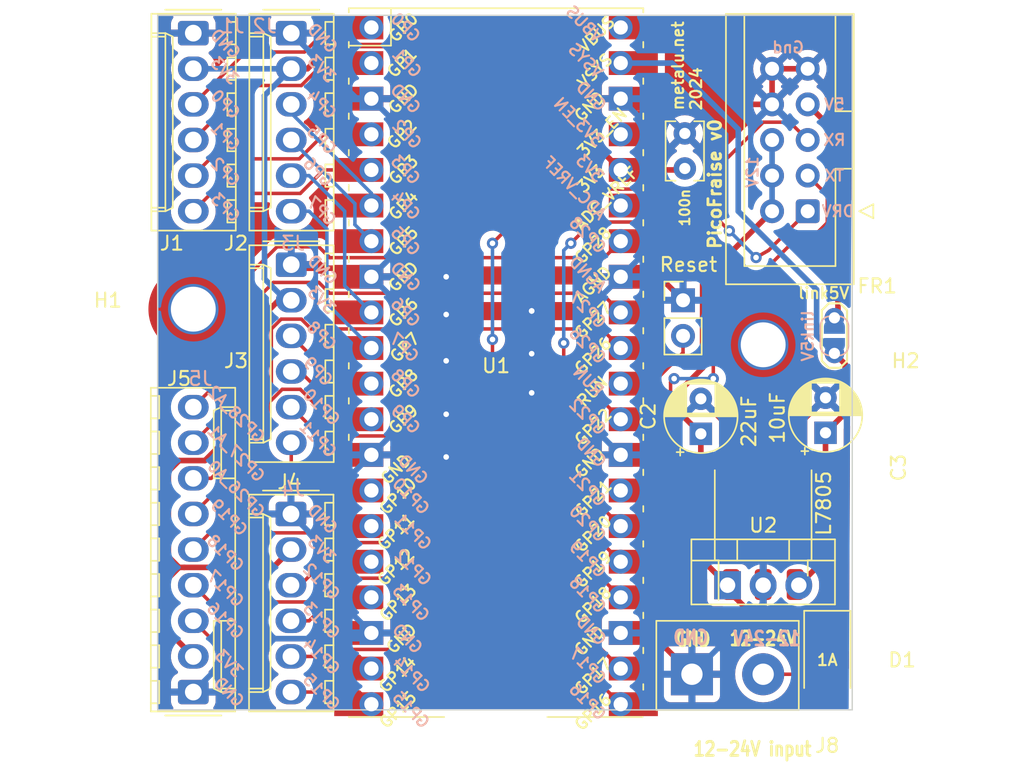
<source format=kicad_pcb>
(kicad_pcb (version 20221018) (generator pcbnew)
  (layers (0 "F.Cu" signal) (31 "B.Cu" signal) (34 "B.Paste" user) (35 "F.Paste" user) (36 "B.SilkS" user "B.Silkscreen") (37 "F.SilkS" user "F.Silkscreen") (38 "B.Mask" user) (39 "F.Mask" user) (44 "Edge.Cuts" user))
  (net 0 "")
  (net 1 "+12V")
  (net 2 "+5V")
  (net 3 "Net-(D1-A)")
  (net 4 "/DRV")
  (net 8 "/TX")
  (net 9 "/RX")
  (net 10 "Net-(J7-Pin_2)")
  (net 11 "Net-(FR1-Pin_7)")
  (net 12 "Net-(J1-Pin_3)")
  (net 13 "Net-(J1-Pin_4)")
  (net 14 "Net-(J1-Pin_5)")
  (net 15 "Net-(J1-Pin_6)")
  (net 16 "Net-(J2-Pin_3)")
  (net 17 "Net-(J2-Pin_4)")
  (net 18 "Net-(J2-Pin_5)")
  (net 19 "Net-(J2-Pin_6)")
  (net 20 "Net-(J3-Pin_3)")
  (net 21 "Net-(J3-Pin_4)")
  (net 22 "Net-(J3-Pin_5)")
  (net 23 "Net-(J3-Pin_6)")
  (net 24 "Net-(J5-Pin_7)")
  (net 25 "Net-(J5-Pin_8)")
  (net 26 "Net-(J5-Pin_9)")
  (net 27 "+3.3V")
  (net 28 "GND")
  (net 29 "Net-(J4-Pin_3)")
  (net 30 "Net-(J4-Pin_4)")
  (net 31 "Net-(J4-Pin_5)")
  (net 32 "Net-(J4-Pin_6)")
  (net 33 "Net-(J5-Pin_6)")
  (net 34 "Net-(J5-Pin_5)")
  (net 35 "Net-(J5-Pin_4)")
  (net 36 "Net-(J5-Pin_3)")
  (footprint "Connector_Molex:Molex_KK-254_AE-6410-06A_1x06_P2.54mm_Vertical" (layer "F.Cu") (at 116.84 64.77 -90)
    (fp_text reference "J1")
    (fp_text value "Conn_01x06")
  )
  (footprint "Connector_Molex:Molex_KK-254_AE-6410-06A_1x06_P2.54mm_Vertical" (layer "F.Cu") (at 123.825 81.28 -90)
    (fp_text reference "J3")
    (fp_text value "Conn_01x06")
  )
  (footprint "Connector_Molex:Molex_KK-254_AE-6410-06A_1x06_P2.54mm_Vertical" (layer "F.Cu") (at 123.805 99.06 -90)
    (fp_text reference "J4")
    (fp_text value "Conn_01x06")
  )
  (footprint "TerminalBlock:TerminalBlock_bornier-2_P5.08mm" (layer "F.Cu") (at 152.4 110.49)
    (fp_text reference "J8")
    (fp_text value "12-24V input")
  )
  (footprint "Connector_Molex:Molex_KK-254_AE-6410-06A_1x06_P2.54mm_Vertical" (layer "F.Cu") (at 123.825 64.77 -90)
    (fp_text reference "J2")
    (fp_text value "Conn_01x06")
  )
  (footprint "Package_TO_SOT_SMD:TO-252-3_TabPin2" (layer "F.Cu") (at 157.48 99.05 90)
    (fp_text reference "Ubis2" hide)
    (fp_text value "L7805")
  )
  (footprint "Connector_Molex:Molex_KK-254_AE-6410-09A_1x09_P2.54mm_Vertical" (layer "F.Cu") (at 116.84 111.76 90)
    (fp_text reference "J5")
    (fp_text value "Conn_01x09")
  )
  (footprint "MountingHole:MountingHole_3.2mm_M3_Pad_TopOnly" (layer "F.Cu") (at 116.84 84.455)
    (fp_text reference "H1")
    (fp_text value "MountingHole")
  )
  (footprint "Capacitor_THT:C_Rect_L4.0mm_W2.5mm_P2.50mm" (layer "F.Cu") (at 151.892 74.422 90)
    (fp_text reference "C1" hide)
    (fp_text value "100n")
  )
  (footprint "Capacitor_THT:CP_Radial_D5.0mm_P2.50mm" (layer "F.Cu") (at 153.035 93.345 90)
    (fp_text reference "C2")
    (fp_text value "22uF")
  )
  (footprint "Connector_PinHeader_2.54mm:PinHeader_1x02_P2.54mm_Vertical" (layer "F.Cu") (at 151.765 83.82)
    (fp_text reference "J7" hide)
    (fp_text value "Reset")
  )
  (footprint "TestPoint:TestPoint_2Pads_Pitch2.54mm_Drill0.8mm" (layer "F.Cu") (at 162.56 87.61 90)
    (fp_text reference "JP2" hide)
    (fp_text value "link5V")
  )
  (footprint "MCU_RaspberryPi_and_Boards:RPi_Pico_SMD_TH" (layer "F.Cu") (at 138.43 88.495)
    (fp_text reference "U1")
    (fp_text value "Pico")
  )
  (footprint "Diode_SMD:D_SMA" (layer "F.Cu") (at 162.052 109.474 -90)
    (fp_text reference "D1")
    (fp_text value "1A")
  )
  (footprint "MountingHole:MountingHole_3.2mm_M3_Pad_TopOnly" (layer "F.Cu") (at 157.48 86.995)
    (fp_text reference "H2")
    (fp_text value "MountingHole")
  )
  (footprint "Capacitor_THT:CP_Radial_D5.0mm_P2.50mm" (layer "F.Cu") (at 161.925 93.271369 90)
    (fp_text reference "C3")
    (fp_text value "10uF")
  )
  (footprint "Package_TO_SOT_THT:TO-220-3_Vertical" (layer "F.Cu") (at 154.94 104.14)
    (fp_text reference "U2")
    (fp_text value "L7805" hide)
  )
  (footprint "Connector_IDC:IDC-Header_2x05_P2.54mm_Vertical" (layer "F.Cu") (at 160.655 77.47 180)
    (fp_text reference "FR1")
    (fp_text value "Fraise_5x2" hide)
  )
  (footprint "Jumper:SolderJumper-2_P1.3mm_Open_RoundedPad1.0x1.5mm" (layer "B.Cu") (at 162.56 86.36 90)
    (fp_text reference "JP1" hide)
    (fp_text value "link5V")
  )
  (gr_line (start 163.83 113.03) (end 114.3 113.03) (stroke (width 0.1)) (layer "Edge.Cuts"))
  (gr_line (start 114.3 63.5) (end 163.83 63.5) (stroke (width 0.1)) (layer "Edge.Cuts"))
  (gr_line (start 163.83 63.5) (end 163.83 113.03) (stroke (width 0.1)) (layer "Edge.Cuts"))
  (gr_line (start 114.3 113.03) (end 114.3 63.5) (stroke (width 0.1)) (layer "Edge.Cuts"))
  (gr_text "GND" (at 119.126 65.532 -45) (layer "B.SilkS") (effects (font (size 0.8 0.8)) (justify mirror)))
  (gr_text "GP1" (at 119.126 72.136 -45) (layer "B.SilkS") (effects (font (size 0.8 0.8)) (justify mirror)))
  (gr_text "GP14" (at 125.984 109.22 -45) (layer "B.SilkS") (effects (font (size 0.8 0.8)) (justify mirror)))
  (gr_text "GP0" (at 119.126 69.85 -45) (layer "B.SilkS") (effects (font (size 0.8 0.8)) (justify mirror)))
  (gr_text "GP10" (at 125.984 91.44 -45) (layer "B.SilkS") (effects (font (size 0.8 0.8)) (justify mirror)))
  (gr_text "5V" (at 162.56 69.85) (layer "B.SilkS") (effects (font (size 0.8 0.8)) (justify mirror)))
  (gr_text "GP17" (at 119.126 104.394 -45) (layer "B.SilkS") (effects (font (size 0.8 0.8)) (justify mirror)))
  (gr_text "J3" (at 123.952 79.756) (layer "B.SilkS") (effects (font (size 1 1)) (justify mirror)))
  (gr_text "GP5" (at 125.984 72.39 -45) (layer "B.SilkS") (effects (font (size 0.8 0.8)) (justify mirror)))
  (gr_text "3V3" (at 125.984 101.6 -45) (layer "B.SilkS") (effects (font (size 0.8 0.8)) (justify mirror)))
  (gr_text "GP3" (at 119.126 77.216 -45) (layer "B.SilkS") (effects (font (size 0.8 0.8)) (justify mirror)))
  (gr_text "GP18" (at 119.126 101.854 -45) (layer "B.SilkS") (effects (font (size 0.8 0.8)) (justify mirror)))
  (gr_text "J2" (at 121.92 64.262) (layer "B.SilkS") (effects (font (size 1 1)) (justify mirror)))
  (gr_text "GP8" (at 125.984 86.36 -45) (layer "B.SilkS") (effects (font (size 0.8 0.8)) (justify mirror)))
  (gr_text "GP7" (at 125.984 77.47 -45) (layer "B.SilkS") (effects (font (size 0.8 0.8)) (justify mirror)))
  (gr_text "J5" (at 117.348 89.408) (layer "B.SilkS") (effects (font (size 1 1)) (justify mirror)))
  (gr_text "GP12" (at 125.984 103.886 -45) (layer "B.SilkS") (effects (font (size 0.8 0.8)) (justify mirror)))
  (gr_text "Gnd" (at 159.258 65.786) (layer "B.SilkS") (effects (font (size 0.8 0.8)) (justify mirror)))
  (gr_text "TX" (at 162.56 74.93) (layer "B.SilkS") (effects (font (size 0.8 0.8)) (justify mirror)))
  (gr_text "12V" (at 156.718 74.676 90) (layer "B.SilkS") (effects (font (size 0.8 0.8)) (justify mirror)))
  (gr_text "RX" (at 162.56 72.39) (layer "B.SilkS") (effects (font (size 0.8 0.8)) (justify mirror)))
  (gr_text "GP16" (at 119.126 106.68 -45) (layer "B.SilkS") (effects (font (size 0.8 0.8)) (justify mirror)))
  (gr_text "GP2" (at 119.126 74.676 -45) (layer "B.SilkS") (effects (font (size 0.8 0.8)) (justify mirror)))
  (gr_text "GP15" (at 125.984 111.76 -45) (layer "B.SilkS") (effects (font (size 0.8 0.8)) (justify mirror)))
  (gr_text "J1" (at 119.634 64.262) (layer "B.SilkS") (effects (font (size 1 1)) (justify mirror)))
  (gr_text "J4" (at 123.952 97.282) (layer "B.SilkS") (effects (font (size 1 1)) (justify mirror)))
  (gr_text "GP27_A1" (at 119.888 94.742 315) (layer "B.SilkS") (effects (font (size 0.8 0.8)) (justify mirror)))
  (gr_text "GP19" (at 119.38 99.314 -45) (layer "B.SilkS") (effects (font (size 0.8 0.8)) (justify mirror)))
  (gr_text "DRV" (at 162.814 77.47) (layer "B.SilkS") (effects (font (size 0.8 0.8)) (justify mirror)))
  (gr_text "3V3" (at 119.38 109.728 -45) (layer "B.SilkS") (effects (font (size 0.8 0.8)) (justify mirror)))
  (gr_text "GP13" (at 125.984 106.68 -45) (layer "B.SilkS") (effects (font (size 0.8 0.8)) (justify mirror)))
  (gr_text "GP11" (at 125.73 93.726 -45) (layer "B.SilkS") (effects (font (size 0.8 0.8)) (justify mirror)))
  (gr_text "GP28_A2" (at 119.888 91.948 315) (layer "B.SilkS") (effects (font (size 0.8 0.8)) (justify mirror)))
  (gr_text "GP9" (at 125.73 88.9 -45) (layer "B.SilkS") (effects (font (size 0.8 0.8)) (justify mirror)))
  (gr_text "GND" (at 126.0506 81.6432 -45) (layer "B.SilkS") (effects (font (size 0.8 0.8)) (justify mirror)))
  (gr_text "GND" (at 153.67 108.458) (layer "B.SilkS") (effects (font (size 1 0.8) (thickness 0.2) bold) (justify left bottom mirror)))
  (gr_text "3V3" (at 119.0594 67.4548 -45) (layer "B.SilkS") (effects (font (size 0.8 0.8)) (justify mirror)))
  (gr_text "3V3" (at 125.984 83.82 -45) (layer "B.SilkS") (effects (font (size 0.8 0.8)) (justify mirror)))
  (gr_text "GND" (at 126.0506 99.4232 -45) (layer "B.SilkS") (effects (font (size 0.8 0.8)) (justify mirror)))
  (gr_text "12-24V" (at 157.734 107.95) (layer "B.SilkS") (effects (font (size 1 0.8) (thickness 0.2) bold) (justify mirror)))
  (gr_text "3V3" (at 125.984 67.31 -45) (layer "B.SilkS") (effects (font (size 0.8 0.8)) (justify mirror)))
  (gr_text "GND" (at 119.38 111.76 -45) (layer "B.SilkS") (effects (font (size 0.8 0.8)) (justify mirror)))
  (gr_text "GP6" (at 125.73 74.676 -45) (layer "B.SilkS") (effects (font (size 0.8 0.8)) (justify mirror)))
  (gr_text "GND" (at 126.0506 65.1332 -45) (layer "B.SilkS") (effects (font (size 0.8 0.8)) (justify mirror)))
  (gr_text "GP4" (at 125.984 69.85 -45) (layer "B.SilkS") (effects (font (size 0.8 0.8)) (justify mirror)))
  (gr_text "GP26_A0" (at 119.888 97.282 315) (layer "B.SilkS") (effects (font (size 0.8 0.8)) (justify mirror)))
  (gr_text "PicoFraise v0" (at 154.559 80.264 90) (layer "F.SilkS") (effects (font (size 0.9 0.9) (thickness 0.2) bold) (justify left bottom)))
  (gr_text "12-24V" (at 157.48 107.95) (layer "F.SilkS") (effects (font (size 1 0.8) (thickness 0.2) bold)))
  (gr_text "GND" (at 151.13 108.585) (layer "F.SilkS") (effects (font (size 1 0.8) (thickness 0.2) bold) (justify left bottom)))
  (gr_text "metalu.net\n2024" (at 153.162 70.358 90) (layer "F.SilkS") (effects (font (size 0.8 0.8) (thickness 0.15) bold) (justify left bottom)))
  (segment (start 158.115 77.47) (end 153.162 82.423) (width 0.4) (layer "F.Cu") (net 1))
  (segment (start 153.035 102.235) (end 154.94 104.14) (width 0.4) (layer "F.Cu") (net 1))
  (segment (start 153.162 88.646) (end 151.638 90.17) (width 0.4) (layer "F.Cu") (net 1))
  (segment (start 157.939 107.474) (end 155.2 104.735) (width 0.4) (layer "F.Cu") (net 1))
  (segment (start 153.162 82.423) (end 153.162 88.646) (width 0.4) (layer "F.Cu") (net 1))
  (segment (start 153.035 93.345) (end 153.035 102.235) (width 0.4) (layer "F.Cu") (net 1))
  (segment (start 151.638 90.17) (end 151.638 91.948) (width 0.4) (layer "F.Cu") (net 1))
  (segment (start 162.052 107.474) (end 157.939 107.474) (width 0.4) (layer "F.Cu") (net 1))
  (segment (start 151.638 91.948) (end 153.035 93.345) (width 0.4) (layer "F.Cu") (net 1))
  (segment (start 158.115 74.93) (end 158.115 72.39) (width 0.4) (layer "B.Cu") (net 1))
  (segment (start 158.115 77.47) (end 158.115 74.93) (width 0.4) (layer "B.Cu") (net 1))
  (segment (start 163.322 88.372) (end 163.322 91.874369) (width 0.4) (layer "F.Cu") (net 2))
  (segment (start 163.322 91.874369) (end 161.925 93.271369) (width 0.4) (layer "F.Cu") (net 2))
  (segment (start 161.925 93.271369) (end 161.925 102.235) (width 0.4) (layer "F.Cu") (net 2))
  (segment (start 162.56 87.61) (end 163.322 88.372) (width 0.4) (layer "F.Cu") (net 2))
  (segment (start 161.925 102.235) (end 160.02 104.14) (width 0.4) (layer "F.Cu") (net 2))
  (segment (start 150.979 66.905) (end 155.702 71.628) (width 0.4) (layer "B.Cu") (net 2))
  (segment (start 161.29 86.34) (end 162.56 87.61) (width 0.4) (layer "B.Cu") (net 2))
  (segment (start 161.29 83.058) (end 161.29 86.34) (width 0.4) (layer "B.Cu") (net 2))
  (segment (start 155.702 77.47) (end 161.29 83.058) (width 0.4) (layer "B.Cu") (net 2))
  (segment (start 147.32 66.905) (end 150.979 66.905) (width 0.4) (layer "B.Cu") (net 2))
  (segment (start 155.702 71.628) (end 155.702 77.47) (width 0.4) (layer "B.Cu") (net 2))
  (segment (start 157.48 110.49) (end 161.068 110.49) (width 0.25) (layer "F.Cu") (net 3))
  (segment (start 161.068 110.49) (end 162.052 111.474) (width 0.25) (layer "F.Cu") (net 3))
  (segment (start 147.32 92.305) (end 143.256 88.241) (width 0.25) (layer "F.Cu") (net 4))
  (segment (start 157.861 80.264) (end 160.655 77.47) (width 0.25) (layer "F.Cu") (net 4))
  (segment (start 154.44 78.24) (end 145.28 78.24) (width 0.25) (layer "F.Cu") (net 4))
  (segment (start 143.256 88.241) (end 143.256 86.868) (width 0.25) (layer "F.Cu") (net 4))
  (segment (start 155.067 78.867) (end 154.44 78.24) (width 0.25) (layer "F.Cu") (net 4))
  (segment (start 156.972 80.772) (end 157.861 80.264) (width 0.25) (layer "F.Cu") (net 4))
  (segment (start 145.28 78.24) (end 143.764 79.756) (width 0.25) (layer "F.Cu") (net 4))
  (via (at 143.764 79.756) (size 0.8) (drill 0.4) (layers "F.Cu" "B.Cu") (net 4))
  (via (at 143.256 86.868) (size 0.8) (drill 0.4) (layers "F.Cu" "B.Cu") (net 4))
  (via (at 155.067 78.867) (size 0.8) (drill 0.4) (layers "F.Cu" "B.Cu") (net 4))
  (via (at 156.972 80.772) (size 0.8) (drill 0.4) (layers "F.Cu" "B.Cu") (net 4))
  (segment (start 143.256 80.264) (end 143.764 79.756) (width 0.25) (layer "B.Cu") (net 4))
  (segment (start 155.067 78.867) (end 156.972 80.772) (width 0.25) (layer "B.Cu") (net 4))
  (segment (start 143.256 86.868) (end 143.256 80.264) (width 0.25) (layer "B.Cu") (net 4))
  (segment (start 150.876 95.439) (end 148.93 97.385) (width 0.25) (layer "F.Cu") (net 8))
  (segment (start 160.274 78.994) (end 153.924 85.344) (width 0.25) (layer "F.Cu") (net 8))
  (segment (start 162.052 76.327) (end 162.052 78.28955) (width 0.25) (layer "F.Cu") (net 8))
  (segment (start 160.655 74.93) (end 162.052 76.327) (width 0.25) (layer "F.Cu") (net 8))
  (segment (start 161.34755 78.994) (end 160.274 78.994) (width 0.25) (layer "F.Cu") (net 8))
  (segment (start 151.13 89.408) (end 150.876 89.662) (width 0.25) (layer "F.Cu") (net 8))
  (segment (start 153.924 85.344) (end 153.924 89.408) (width 0.25) (layer "F.Cu") (net 8))
  (segment (start 150.876 89.662) (end 150.876 95.439) (width 0.25) (layer "F.Cu") (net 8))
  (segment (start 162.052 78.28955) (end 161.34755 78.994) (width 0.25) (layer "F.Cu") (net 8))
  (segment (start 148.93 97.385) (end 147.32 97.385) (width 0.25) (layer "F.Cu") (net 8))
  (via (at 151.13 89.408) (size 0.8) (drill 0.4) (layers "F.Cu" "B.Cu") (net 8))
  (via (at 153.924 89.408) (size 0.8) (drill 0.4) (layers "F.Cu" "B.Cu") (net 8))
  (segment (start 153.924 89.408) (end 151.13 89.408) (width 0.25) (layer "B.Cu") (net 8))
  (segment (start 147.32 99.925) (end 138.176 90.781) (width 0.25) (layer "F.Cu") (net 9))
  (segment (start 142.042 75.89) (end 152.71 75.89) (width 0.25) (layer "F.Cu") (net 9))
  (segment (start 159.385 71.12) (end 160.655 72.39) (width 0.25) (layer "F.Cu") (net 9))
  (segment (start 152.71 75.89) (end 157.48 71.12) (width 0.25) (layer "F.Cu") (net 9))
  (segment (start 138.176 90.781) (end 138.176 86.614) (width 0.25) (layer "F.Cu") (net 9))
  (segment (start 157.48 71.12) (end 159.385 71.12) (width 0.25) (layer "F.Cu") (net 9))
  (segment (start 138.176 79.756) (end 142.042 75.89) (width 0.25) (layer "F.Cu") (net 9))
  (via (at 138.176 86.614) (size 0.8) (drill 0.4) (layers "F.Cu" "B.Cu") (net 9))
  (via (at 138.176 79.756) (size 0.8) (drill 0.4) (layers "F.Cu" "B.Cu") (net 9))
  (segment (start 138.176 86.614) (end 138.176 79.756) (width 0.25) (layer "B.Cu") (net 9))
  (segment (start 151.765 87.562081) (end 149.562081 89.765) (width 0.25) (layer "F.Cu") (net 10))
  (segment (start 151.765 86.36) (end 151.765 87.562081) (width 0.25) (layer "F.Cu") (net 10))
  (segment (start 149.562081 89.765) (end 147.32 89.765) (width 0.25) (layer "F.Cu") (net 10))
  (segment (start 160.655 69.85) (end 162.814 72.009) (width 0.4) (layer "F.Cu") (net 11))
  (segment (start 162.814 72.009) (end 162.814 84.816) (width 0.4) (layer "F.Cu") (net 11))
  (segment (start 162.814 84.816) (end 162.56 85.07) (width 0.4) (layer "F.Cu") (net 11))
  (segment (start 129.54 64.365) (end 126.5151 64.365) (width 0.25) (layer "F.Cu") (net 12))
  (segment (start 126.5151 64.365) (end 124.7651 66.115) (width 0.25) (layer "F.Cu") (net 12))
  (segment (start 120.575 66.115) (end 116.84 69.85) (width 0.25) (layer "F.Cu") (net 12))
  (segment (start 124.7651 66.115) (end 120.575 66.115) (width 0.25) (layer "F.Cu") (net 12))
  (segment (start 120.725 68.505) (end 116.84 72.39) (width 0.25) (layer "F.Cu") (net 13))
  (segment (start 129.54 66.905) (end 126.144985 66.905) (width 0.25) (layer "F.Cu") (net 13))
  (segment (start 126.144985 66.905) (end 124.544985 68.505) (width 0.25) (layer "F.Cu") (net 13))
  (segment (start 124.544985 68.505) (end 120.725 68.505) (width 0.25) (layer "F.Cu") (net 13))
  (segment (start 129.54 71.985) (end 126.144985 71.985) (width 0.25) (layer "F.Cu") (net 14))
  (segment (start 126.144985 71.985) (end 124.394985 73.735) (width 0.25) (layer "F.Cu") (net 14))
  (segment (start 118.035 73.735) (end 116.84 74.93) (width 0.25) (layer "F.Cu") (net 14))
  (segment (start 124.394985 73.735) (end 118.035 73.735) (width 0.25) (layer "F.Cu") (net 14))
  (segment (start 129.54 74.525) (end 126.144985 74.525) (width 0.25) (layer "F.Cu") (net 15))
  (segment (start 126.144985 74.525) (end 124.469985 76.2) (width 0.25) (layer "F.Cu") (net 15))
  (segment (start 118.11 76.2) (end 116.84 77.47) (width 0.25) (layer "F.Cu") (net 15))
  (segment (start 124.469985 76.2) (end 118.11 76.2) (width 0.25) (layer "F.Cu") (net 15))
  (segment (start 123.825 70.475015) (end 123.825 69.85) (width 0.25) (layer "B.Cu") (net 16))
  (segment (start 129.54 76.190015) (end 123.825 70.475015) (width 0.25) (layer "B.Cu") (net 16))
  (segment (start 129.54 77.065) (end 129.54 76.190015) (width 0.25) (layer "B.Cu") (net 16))
  (segment (start 128.365 78.43) (end 128.365 76.93) (width 0.25) (layer "B.Cu") (net 17))
  (segment (start 129.54 79.605) (end 128.365 78.43) (width 0.25) (layer "B.Cu") (net 17))
  (segment (start 128.365 76.93) (end 123.825 72.39) (width 0.25) (layer "B.Cu") (net 17))
  (segment (start 125.095 74.93) (end 123.825 74.93) (width 0.25) (layer "B.Cu") (net 18))
  (segment (start 127.635 77.47) (end 125.095 74.93) (width 0.25) (layer "B.Cu") (net 18))
  (segment (start 127.635 82.78) (end 127.635 77.47) (width 0.25) (layer "B.Cu") (net 18))
  (segment (start 129.54 84.685) (end 127.635 82.78) (width 0.25) (layer "B.Cu") (net 18))
  (segment (start 126.365 78.74) (end 125.095 77.47) (width 0.25) (layer "B.Cu") (net 19))
  (segment (start 126.365 84.05) (end 126.365 78.74) (width 0.25) (layer "B.Cu") (net 19))
  (segment (start 125.095 77.47) (end 123.825 77.47) (width 0.25) (layer "B.Cu") (net 19))
  (segment (start 129.54 87.225) (end 126.365 84.05) (width 0.25) (layer "B.Cu") (net 19))
  (segment (start 123.825 86.36) (end 127.23 89.765) (width 0.25) (layer "F.Cu") (net 20))
  (segment (start 127.23 89.765) (end 129.54 89.765) (width 0.25) (layer "F.Cu") (net 20))
  (segment (start 124.46 88.9) (end 127.865 92.305) (width 0.25) (layer "F.Cu") (net 21))
  (segment (start 127.865 92.305) (end 129.54 92.305) (width 0.25) (layer "F.Cu") (net 21))
  (segment (start 123.825 88.9) (end 124.46 88.9) (width 0.25) (layer "F.Cu") (net 21))
  (segment (start 126.565 96.02) (end 127.93 97.385) (width 0.25) (layer "F.Cu") (net 22))
  (segment (start 126.565 94.18) (end 126.565 96.02) (width 0.25) (layer "F.Cu") (net 22))
  (segment (start 127.93 97.385) (end 129.54 97.385) (width 0.25) (layer "F.Cu") (net 22))
  (segment (start 123.825 91.44) (end 126.565 94.18) (width 0.25) (layer "F.Cu") (net 22))
  (segment (start 123.825 95.82) (end 127.93 99.925) (width 0.25) (layer "F.Cu") (net 23))
  (segment (start 123.825 93.98) (end 123.825 95.82) (width 0.25) (layer "F.Cu") (net 23))
  (segment (start 127.93 99.925) (end 129.54 99.925) (width 0.25) (layer "F.Cu") (net 23))
  (segment (start 122.405 85.865015) (end 123.105015 85.165) (width 0.25) (layer "F.Cu") (net 24))
  (segment (start 119.634 94.996) (end 119.634 93.079619) (width 0.25) (layer "F.Cu") (net 24))
  (segment (start 145.960015 85.865015) (end 147.32 87.225) (width 0.25) (layer "F.Cu") (net 24))
  (segment (start 123.105015 85.165) (end 124.544985 85.165) (width 0.25) (layer "F.Cu") (net 24))
  (segment (start 122.405 90.308619) (end 122.405 85.865015) (width 0.25) (layer "F.Cu") (net 24))
  (segment (start 118.11 96.52) (end 119.634 94.996) (width 0.25) (layer "F.Cu") (net 24))
  (segment (start 125.245 85.865015) (end 145.960015 85.865015) (width 0.25) (layer "F.Cu") (net 24))
  (segment (start 119.634 93.079619) (end 122.405 90.308619) (width 0.25) (layer "F.Cu") (net 24))
  (segment (start 124.544985 85.165) (end 125.245 85.865015) (width 0.25) (layer "F.Cu") (net 24))
  (segment (start 116.84 96.52) (end 118.11 96.52) (width 0.25) (layer "F.Cu") (net 24))
  (segment (start 122.555 82.55) (end 125.795 82.55) (width 0.25) (layer "F.Cu") (net 25))
  (segment (start 145.955 83.32) (end 147.32 84.685) (width 0.25) (layer "F.Cu") (net 25))
  (segment (start 121.1 89.72) (end 121.1 84.005) (width 0.25) (layer "F.Cu") (net 25))
  (segment (start 116.84 93.98) (end 121.1 89.72) (width 0.25) (layer "F.Cu") (net 25))
  (segment (start 121.1 84.005) (end 122.555 82.55) (width 0.25) (layer "F.Cu") (net 25))
  (segment (start 126.565 83.32) (end 145.955 83.32) (width 0.25) (layer "F.Cu") (net 25))
  (segment (start 125.795 82.55) (end 126.565 83.32) (width 0.25) (layer "F.Cu") (net 25))
  (segment (start 146.145 80.78) (end 147.32 79.605) (width 0.25) (layer "F.Cu") (net 26))
  (segment (start 120.65 87.63) (end 120.65 82.1699) (width 0.25) (layer "F.Cu") (net 26))
  (segment (start 122.8099 80.01) (end 125.795 80.01) (width 0.25) (layer "F.Cu") (net 26))
  (segment (start 120.65 82.1699) (end 122.8099 80.01) (width 0.25) (layer "F.Cu") (net 26))
  (segment (start 116.84 91.44) (end 120.65 87.63) (width 0.25) (layer "F.Cu") (net 26))
  (segment (start 125.795 80.01) (end 126.565 80.78) (width 0.25) (layer "F.Cu") (net 26))
  (segment (start 126.565 80.78) (end 146.145 80.78) (width 0.25) (layer "F.Cu") (net 26))
  (segment (start 115.824 102.87) (end 114.935 103.759) (width 0.4) (layer "F.Cu") (net 27))
  (segment (start 118.745 93.031578) (end 121.666 90.110578) (width 0.4) (layer "F.Cu") (net 27))
  (segment (start 117.670493 95.25) (end 118.745 94.175493) (width 0.4) (layer "F.Cu") (net 27))
  (segment (start 134.073 69.088) (end 130.64 65.655) (width 0.4) (layer "F.Cu") (net 27))
  (segment (start 126.64 65.655) (end 124.985 67.31) (width 0.4) (layer "F.Cu") (net 27))
  (segment (start 121.666 85.084) (end 122.93 83.82) (width 0.4) (layer "F.Cu") (net 27))
  (segment (start 118.745 94.175493) (end 118.745 93.031578) (width 0.4) (layer "F.Cu") (net 27))
  (segment (start 122.93 83.82) (end 123.825 83.82) (width 0.4) (layer "F.Cu") (net 27))
  (segment (start 151.892 74.422) (end 151.789 74.525) (width 0.4) (layer "F.Cu") (net 27))
  (segment (start 115.062 102.108) (end 115.062 96.017475) (width 0.4) (layer "F.Cu") (net 27))
  (segment (start 115.829475 95.25) (end 117.670493 95.25) (width 0.4) (layer "F.Cu") (net 27))
  (segment (start 114.935 107.315) (end 116.84 109.22) (width 0.4) (layer "F.Cu") (net 27))
  (segment (start 147.32 74.525) (end 141.883 69.088) (width 0.4) (layer "F.Cu") (net 27))
  (segment (start 115.824 102.87) (end 115.062 102.108) (width 0.4) (layer "F.Cu") (net 27))
  (segment (start 122.535 102.87) (end 116.195015 102.87) (width 0.4) (layer "F.Cu") (net 27))
  (segment (start 114.935 103.759) (end 114.935 107.315) (width 0.4) (layer "F.Cu") (net 27))
  (segment (start 121.666 90.110578) (end 121.666 85.084) (width 0.4) (layer "F.Cu") (net 27))
  (segment (start 130.64 65.655) (end 126.64 65.655) (width 0.4) (layer "F.Cu") (net 27))
  (segment (start 123.805 101.6) (end 122.535 102.87) (width 0.4) (layer "F.Cu") (net 27))
  (segment (start 141.883 69.088) (end 134.073 69.088) (width 0.4) (layer "F.Cu") (net 27))
  (segment (start 151.789 74.525) (end 147.32 74.525) (width 0.4) (layer "F.Cu") (net 27))
  (segment (start 116.195015 102.87) (end 115.824 102.87) (width 0.4) (layer "F.Cu") (net 27))
  (segment (start 124.985 67.31) (end 123.825 67.31) (width 0.4) (layer "F.Cu") (net 27))
  (segment (start 115.062 96.017475) (end 115.829475 95.25) (width 0.4) (layer "F.Cu") (net 27))
  (segment (start 121.92 69.215) (end 123.825 67.31) (width 0.4) (layer "B.Cu") (net 27))
  (segment (start 123.825 83.82) (end 123.444 83.82) (width 0.4) (layer "B.Cu") (net 27))
  (segment (start 123.444 83.82) (end 121.92 82.296) (width 0.4) (layer "B.Cu") (net 27))
  (segment (start 121.92 82.296) (end 121.92 69.215) (width 0.4) (layer "B.Cu") (net 27))
  (segment (start 123.825 67.31) (end 116.84 67.31) (width 0.4) (layer "B.Cu") (net 27))
  (segment (start 140.97 90.424) (end 140.97 87.63) (width 0.4) (layer "F.Cu") (net 28))
  (segment (start 158.115 69.85) (end 153.964 69.85) (width 0.4) (layer "F.Cu") (net 28))
  (segment (start 147.32 82.145) (end 134.874 82.145) (width 0.4) (layer "F.Cu") (net 28))
  (segment (start 123.825 64.77) (end 116.84 64.77) (width 0.4) (layer "F.Cu") (net 28))
  (segment (start 153.964 69.85) (end 151.892 71.922) (width 0.4) (layer "F.Cu") (net 28))
  (segment (start 129.54 82.145) (end 128.929 81.534) (width 0.4) (layer "F.Cu") (net 28))
  (segment (start 151.892 71.922) (end 150.475 70.505) (width 0.4) (layer "F.Cu") (net 28))
  (segment (start 157.48 95.216369) (end 157.48 98.435) (width 0.4) (layer "F.Cu") (net 28))
  (segment (start 149.455 107.545) (end 152.4 110.49) (width 0.4) (layer "F.Cu") (net 28))
  (segment (start 134.874 91.948) (end 134.874 88.138) (width 0.4) (layer "F.Cu") (net 28))
  (segment (start 153.035 90.845) (end 157.48 95.29) (width 0.4) (layer "F.Cu") (net 28))
  (segment (start 124.079 81.534) (end 123.825 81.28) (width 0.4) (layer "F.Cu") (net 28))
  (segment (start 157.48 95.29) (end 157.48 98.435) (width 0.4) (layer "F.Cu") (net 28))
  (segment (start 147.32 107.545) (end 149.455 107.545) (width 0.4) (layer "F.Cu") (net 28))
  (segment (start 151.765 83.82) (end 150.09 82.145) (width 0.4) (layer "F.Cu") (net 28))
  (segment (start 150.475 70.505) (end 148.38 70.505) (width 0.4) (layer "F.Cu") (net 28))
  (segment (start 128.929 81.534) (end 124.079 81.534) (width 0.4) (layer "F.Cu") (net 28))
  (segment (start 161.925 90.771369) (end 157.48 95.216369) (width 0.4) (layer "F.Cu") (net 28))
  (segment (start 129.54 94.845) (end 134.723 94.845) (width 0.4) (layer "F.Cu") (net 28))
  (segment (start 148.38 70.505) (end 147.32 69.445) (width 0.4) (layer "F.Cu") (net 28))
  (segment (start 157.48 104.14) (end 157.48 98.435) (width 0.4) (layer "F.Cu") (net 28))
  (segment (start 160.655 67.31) (end 158.115 67.31) (width 0.4) (layer "F.Cu") (net 28))
  (segment (start 158.115 67.31) (end 158.115 69.85) (width 0.4) (layer "F.Cu") (net 28))
  (segment (start 134.874 82.145) (end 129.54 82.145) (width 0.4) (layer "F.Cu") (net 28))
  (segment (start 134.723 94.845) (end 134.874 94.996) (width 0.4) (layer "F.Cu") (net 28))
  (segment (start 150.09 82.145) (end 147.32 82.145) (width 0.4) (layer "F.Cu") (net 28))
  (via (at 140.97 87.63) (size 0.8) (drill 0.4) (layers "F.Cu" "B.Cu") (net 28))
  (via (at 134.874 88.138) (size 0.8) (drill 0.4) (layers "F.Cu" "B.Cu") (net 28))
  (via (at 134.874 84.836) (size 0.8) (drill 0.4) (layers "F.Cu" "B.Cu") (net 28))
  (via (at 134.874 82.145) (size 0.8) (drill 0.4) (layers "F.Cu" "B.Cu") (net 28))
  (via (at 134.874 94.996) (size 0.8) (drill 0.4) (layers "F.Cu" "B.Cu") (net 28))
  (via (at 140.97 84.582) (size 0.8) (drill 0.4) (layers "F.Cu" "B.Cu") (net 28))
  (via (at 140.97 84.582) (size 0.8) (drill 0.4) (layers "F.Cu" "B.Cu") (net 28))
  (via (at 134.874 91.948) (size 0.8) (drill 0.4) (layers "F.Cu" "B.Cu") (net 28))
  (via (at 140.97 90.424) (size 0.8) (drill 0.4) (layers "F.Cu" "B.Cu") (net 28))
  (segment (start 120.65 107.95) (end 116.84 111.76) (width 0.4) (layer "B.Cu") (net 28))
  (segment (start 129.135 107.95) (end 120.65 107.95) (width 0.4) (layer "B.Cu") (net 28))
  (segment (start 147.32 94.845) (end 149.035 94.845) (width 0.4) (layer "B.Cu") (net 28))
  (segment (start 129.54 94.845) (end 131.318 93.067) (width 0.4) (layer "B.Cu") (net 28))
  (segment (start 134.874 84.836) (end 134.874 82.145) (width 0.4) (layer "B.Cu") (net 28))
  (segment (start 131.064 80.621) (end 129.54 82.145) (width 0.4) (layer "B.Cu") (net 28))
  (segment (start 152.4 110.49) (end 157.48 105.41) (width 0.4) (layer "B.Cu") (net 28))
  (segment (start 145.034 92.559) (end 147.32 94.845) (width 0.4) (layer "B.Cu") (net 28))
  (segment (start 131.318 93.067) (end 131.318 83.923) (width 0.4) (layer "B.Cu") (net 28))
  (segment (start 131.318 83.923) (end 129.54 82.145) (width 0.4) (layer "B.Cu") (net 28))
  (segment (start 149.035 94.845) (end 153.035 90.845) (width 0.4) (layer "B.Cu") (net 28))
  (segment (start 127.762 103.017) (end 127.762 105.767) (width 0.4) (layer "B.Cu") (net 28))
  (segment (start 147.32 69.445) (end 150.368 72.493) (width 0.4) (layer "B.Cu") (net 28))
  (segment (start 157.48 105.41) (end 157.48 104.14) (width 0.4) (layer "B.Cu") (net 28))
  (segment (start 145.034 84.431) (end 145.034 92.559) (width 0.4) (layer "B.Cu") (net 28))
  (segment (start 134.874 94.996) (end 134.874 91.948) (width 0.4) (layer "B.Cu") (net 28))
  (segment (start 147.32 82.145) (end 145.034 84.431) (width 0.4) (layer "B.Cu") (net 28))
  (segment (start 127.762 105.767) (end 129.54 107.545) (width 0.4) (layer "B.Cu") (net 28))
  (segment (start 150.368 72.493) (end 150.368 79.097) (width 0.4) (layer "B.Cu") (net 28))
  (segment (start 140.97 87.63) (end 140.97 84.582) (width 0.4) (layer "B.Cu") (net 28))
  (segment (start 128.5 69.445) (end 123.825 64.77) (width 0.4) (layer "B.Cu") (net 28))
  (segment (start 134.874 88.138) (end 134.874 84.836) (width 0.4) (layer "B.Cu") (net 28))
  (segment (start 125.325 99.06) (end 129.54 94.845) (width 0.4) (layer "B.Cu") (net 28))
  (segment (start 129.54 107.545) (end 129.135 107.95) (width 0.4) (layer "B.Cu") (net 28))
  (segment (start 139.446 91.948) (end 140.97 90.424) (width 0.4) (layer "B.Cu") (net 28))
  (segment (start 131.064 70.969) (end 131.064 80.621) (width 0.4) (layer "B.Cu") (net 28))
  (segment (start 129.54 69.445) (end 128.5 69.445) (width 0.4) (layer "B.Cu") (net 28))
  (segment (start 123.805 99.06) (end 125.325 99.06) (width 0.4) (layer "B.Cu") (net 28))
  (segment (start 129.54 69.445) (end 131.064 70.969) (width 0.4) (layer "B.Cu") (net 28))
  (segment (start 134.874 91.948) (end 139.446 91.948) (width 0.4) (layer "B.Cu") (net 28))
  (segment (start 150.368 79.097) (end 147.32 82.145) (width 0.4) (layer "B.Cu") (net 28))
  (segment (start 123.805 99.06) (end 127.762 103.017) (width 0.4) (layer "B.Cu") (net 28))
  (segment (start 126.135 102.465) (end 129.54 102.465) (width 0.25) (layer "F.Cu") (net 29))
  (segment (start 124.46 104.14) (end 126.135 102.465) (width 0.25) (layer "F.Cu") (net 29))
  (segment (start 123.805 104.14) (end 124.46 104.14) (width 0.25) (layer "F.Cu") (net 29))
  (segment (start 125.095 106.68) (end 126.77 105.005) (width 0.25) (layer "F.Cu") (net 30))
  (segment (start 126.77 105.005) (end 129.54 105.005) (width 0.25) (layer "F.Cu") (net 30))
  (segment (start 123.805 106.68) (end 125.095 106.68) (width 0.25) (layer "F.Cu") (net 30))
  (segment (start 123.805 109.22) (end 128.675 109.22) (width 0.25) (layer "F.Cu") (net 31))
  (segment (start 128.675 109.22) (end 129.54 110.085) (width 0.25) (layer "F.Cu") (net 31))
  (segment (start 128.675 111.76) (end 129.54 112.625) (width 0.25) (layer "F.Cu") (net 32))
  (segment (start 123.805 111.76) (end 128.675 111.76) (width 0.25) (layer "F.Cu") (net 32))
  (segment (start 122.174 91.176015) (end 123.180015 90.17) (width 0.25) (layer "F.Cu") (net 33))
  (segment (start 123.180015 90.17) (end 124.469985 90.17) (width 0.25) (layer "F.Cu") (net 33))
  (segment (start 138.35 93.495) (end 147.32 102.465) (width 0.25) (layer "F.Cu") (net 33))
  (segment (start 116.84 99.06) (end 122.174 93.726) (width 0.25) (layer "F.Cu") (net 33))
  (segment (start 122.174 93.726) (end 122.174 91.176015) (width 0.25) (layer "F.Cu") (net 33))
  (segment (start 124.469985 90.17) (end 126.516396 92.216411) (width 0.25) (layer "F.Cu") (net 33))
  (segment (start 126.516396 93.495) (end 138.35 93.495) (width 0.25) (layer "F.Cu") (net 33))
  (segment (start 126.516396 92.216411) (end 126.516396 93.495) (width 0.25) (layer "F.Cu") (net 33))
  (segment (start 118.035 100.405) (end 125.17 100.405) (width 0.25) (layer "F.Cu") (net 34))
  (segment (start 116.84 101.6) (end 118.035 100.405) (width 0.25) (layer "F.Cu") (net 34))
  (segment (start 125.865 101.1) (end 143.415 101.1) (width 0.25) (layer "F.Cu") (net 34))
  (segment (start 125.17 100.405) (end 125.865 101.1) (width 0.25) (layer "F.Cu") (net 34))
  (segment (start 143.415 101.1) (end 147.32 105.005) (width 0.25) (layer "F.Cu") (net 34))
  (segment (start 140.875 103.64) (end 147.32 110.085) (width 0.25) (layer "F.Cu") (net 35))
  (segment (start 116.84 104.14) (end 118.035 105.335) (width 0.25) (layer "F.Cu") (net 35))
  (segment (start 118.035 105.335) (end 125.06 105.335) (width 0.25) (layer "F.Cu") (net 35))
  (segment (start 126.755 103.64) (end 140.875 103.64) (width 0.25) (layer "F.Cu") (net 35))
  (segment (start 125.06 105.335) (end 126.755 103.64) (width 0.25) (layer "F.Cu") (net 35))
  (segment (start 118.185 108.025) (end 125.805 108.025) (width 0.25) (layer "F.Cu") (net 36))
  (segment (start 125.805 108.025) (end 126.5 108.72) (width 0.25) (layer "F.Cu") (net 36))
  (segment (start 126.5 108.72) (end 143.415 108.72) (width 0.25) (layer "F.Cu") (net 36))
  (segment (start 143.415 108.72) (end 147.32 112.625) (width 0.25) (layer "F.Cu") (net 36))
  (segment (start 116.84 106.68) (end 118.185 108.025) (width 0.25) (layer "F.Cu") (net 36))
  (zone (net 28) (net_name "GND") (layers "F&B.Cu") (connect_pads (clearance 0.5)) (min_thickness 0.25) (fill yes (thermal_gap 0.5) (thermal_bridge_width 0.5))
    (polygon (pts (xy 114.3 63.5) (xy 163.83 63.5) (xy 163.576 113.03) (xy 113.792 113.03)))
  )
)
</source>
